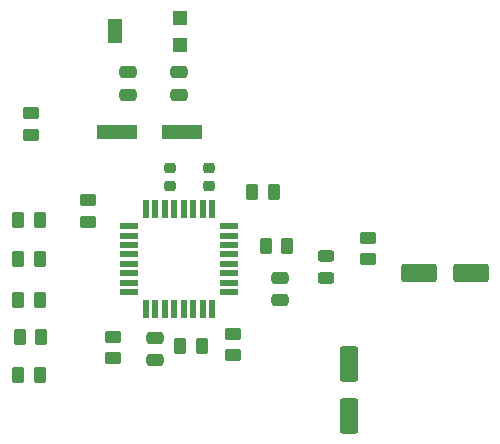
<source format=gtp>
G04 #@! TF.GenerationSoftware,KiCad,Pcbnew,(6.0.9)*
G04 #@! TF.CreationDate,2022-12-23T15:26:11+01:00*
G04 #@! TF.ProjectId,mainboard,6d61696e-626f-4617-9264-2e6b69636164,rev?*
G04 #@! TF.SameCoordinates,Original*
G04 #@! TF.FileFunction,Paste,Top*
G04 #@! TF.FilePolarity,Positive*
%FSLAX46Y46*%
G04 Gerber Fmt 4.6, Leading zero omitted, Abs format (unit mm)*
G04 Created by KiCad (PCBNEW (6.0.9)) date 2022-12-23 15:26:11*
%MOMM*%
%LPD*%
G01*
G04 APERTURE LIST*
G04 Aperture macros list*
%AMRoundRect*
0 Rectangle with rounded corners*
0 $1 Rounding radius*
0 $2 $3 $4 $5 $6 $7 $8 $9 X,Y pos of 4 corners*
0 Add a 4 corners polygon primitive as box body*
4,1,4,$2,$3,$4,$5,$6,$7,$8,$9,$2,$3,0*
0 Add four circle primitives for the rounded corners*
1,1,$1+$1,$2,$3*
1,1,$1+$1,$4,$5*
1,1,$1+$1,$6,$7*
1,1,$1+$1,$8,$9*
0 Add four rect primitives between the rounded corners*
20,1,$1+$1,$2,$3,$4,$5,0*
20,1,$1+$1,$4,$5,$6,$7,0*
20,1,$1+$1,$6,$7,$8,$9,0*
20,1,$1+$1,$8,$9,$2,$3,0*%
G04 Aperture macros list end*
%ADD10RoundRect,0.250000X0.262500X0.450000X-0.262500X0.450000X-0.262500X-0.450000X0.262500X-0.450000X0*%
%ADD11RoundRect,0.250000X-0.262500X-0.450000X0.262500X-0.450000X0.262500X0.450000X-0.262500X0.450000X0*%
%ADD12RoundRect,0.250000X-0.450000X0.262500X-0.450000X-0.262500X0.450000X-0.262500X0.450000X0.262500X0*%
%ADD13RoundRect,0.243750X-0.456250X0.243750X-0.456250X-0.243750X0.456250X-0.243750X0.456250X0.243750X0*%
%ADD14RoundRect,0.250000X0.475000X-0.250000X0.475000X0.250000X-0.475000X0.250000X-0.475000X-0.250000X0*%
%ADD15RoundRect,0.250000X-0.475000X0.250000X-0.475000X-0.250000X0.475000X-0.250000X0.475000X0.250000X0*%
%ADD16RoundRect,0.250000X0.450000X-0.262500X0.450000X0.262500X-0.450000X0.262500X-0.450000X-0.262500X0*%
%ADD17RoundRect,0.225000X-0.250000X0.225000X-0.250000X-0.225000X0.250000X-0.225000X0.250000X0.225000X0*%
%ADD18RoundRect,0.250000X-0.550000X1.250000X-0.550000X-1.250000X0.550000X-1.250000X0.550000X1.250000X0*%
%ADD19R,3.500000X1.200000*%
%ADD20R,1.300000X1.300000*%
%ADD21R,1.300000X2.000000*%
%ADD22RoundRect,0.250000X-1.250000X-0.550000X1.250000X-0.550000X1.250000X0.550000X-1.250000X0.550000X0*%
%ADD23RoundRect,0.225000X0.250000X-0.225000X0.250000X0.225000X-0.250000X0.225000X-0.250000X-0.225000X0*%
%ADD24R,0.550000X1.600000*%
%ADD25R,1.600000X0.550000*%
G04 APERTURE END LIST*
D10*
X115593500Y-58801000D03*
X113768500Y-58801000D03*
D11*
X113618000Y-55626000D03*
X115443000Y-55626000D03*
X113618000Y-52197000D03*
X115443000Y-52197000D03*
X113618000Y-48895000D03*
X115443000Y-48895000D03*
D12*
X114681000Y-39854500D03*
X114681000Y-41679500D03*
X119507000Y-47220500D03*
X119507000Y-49045500D03*
X143256000Y-52220500D03*
X143256000Y-50395500D03*
D13*
X139700000Y-53769500D03*
X139700000Y-51894500D03*
D14*
X135763000Y-53787000D03*
X135763000Y-55687000D03*
D15*
X127254000Y-36388000D03*
X127254000Y-38288000D03*
D10*
X129182500Y-59563000D03*
X127357500Y-59563000D03*
D16*
X121666000Y-60602500D03*
X121666000Y-58777500D03*
D17*
X129794000Y-44437000D03*
X129794000Y-45987000D03*
D10*
X135278500Y-46482000D03*
X133453500Y-46482000D03*
X134596500Y-51054000D03*
X136421500Y-51054000D03*
D15*
X125222000Y-58867000D03*
X125222000Y-60767000D03*
D10*
X115466500Y-61976000D03*
X113641500Y-61976000D03*
D18*
X141605000Y-61046000D03*
X141605000Y-65446000D03*
D19*
X121964000Y-41402000D03*
X127464000Y-41402000D03*
D16*
X131826000Y-58523500D03*
X131826000Y-60348500D03*
D20*
X127337000Y-31743000D03*
D21*
X121837000Y-32893000D03*
D20*
X127337000Y-34043000D03*
D15*
X122936000Y-36388000D03*
X122936000Y-38288000D03*
D22*
X147533000Y-53340000D03*
X151933000Y-53340000D03*
D23*
X126492000Y-45987000D03*
X126492000Y-44437000D03*
D24*
X130054000Y-47947000D03*
X129254000Y-47947000D03*
X128454000Y-47947000D03*
X127654000Y-47947000D03*
X126854000Y-47947000D03*
X126054000Y-47947000D03*
X125254000Y-47947000D03*
X124454000Y-47947000D03*
D25*
X123004000Y-49397000D03*
X123004000Y-50197000D03*
X123004000Y-50997000D03*
X123004000Y-51797000D03*
X123004000Y-52597000D03*
X123004000Y-53397000D03*
X123004000Y-54197000D03*
X123004000Y-54997000D03*
D24*
X124454000Y-56447000D03*
X125254000Y-56447000D03*
X126054000Y-56447000D03*
X126854000Y-56447000D03*
X127654000Y-56447000D03*
X128454000Y-56447000D03*
X129254000Y-56447000D03*
X130054000Y-56447000D03*
D25*
X131504000Y-54997000D03*
X131504000Y-54197000D03*
X131504000Y-53397000D03*
X131504000Y-52597000D03*
X131504000Y-51797000D03*
X131504000Y-50997000D03*
X131504000Y-50197000D03*
X131504000Y-49397000D03*
M02*

</source>
